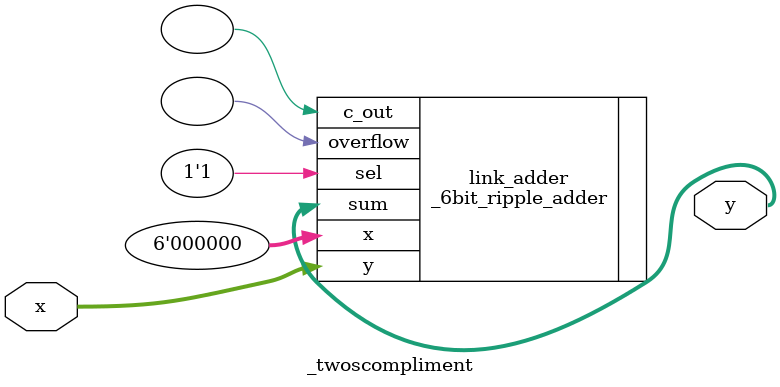
<source format=v>
`timescale 1ns / 1ps


module _twoscompliment(input [5:0] x, output [5:0] y);
    _6bit_ripple_adder link_adder(.x(6'b000000), .y(x), .sel(1'b1), .sum(y), .overflow(), .c_out());
endmodule

</source>
